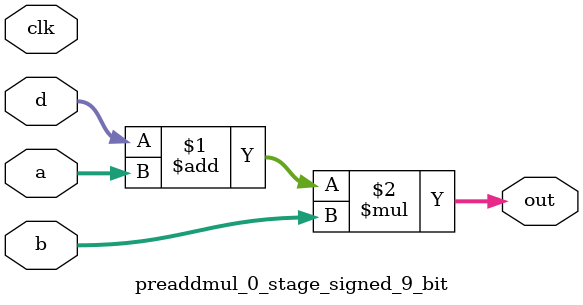
<source format=sv>
(* use_dsp = "yes" *) module preaddmul_0_stage_signed_9_bit(
	input signed [8:0] a,
	input signed [8:0] b,
	input signed [8:0] d,
	output [8:0] out,
	input clk);

	assign out = (d + a) * b;
endmodule

</source>
